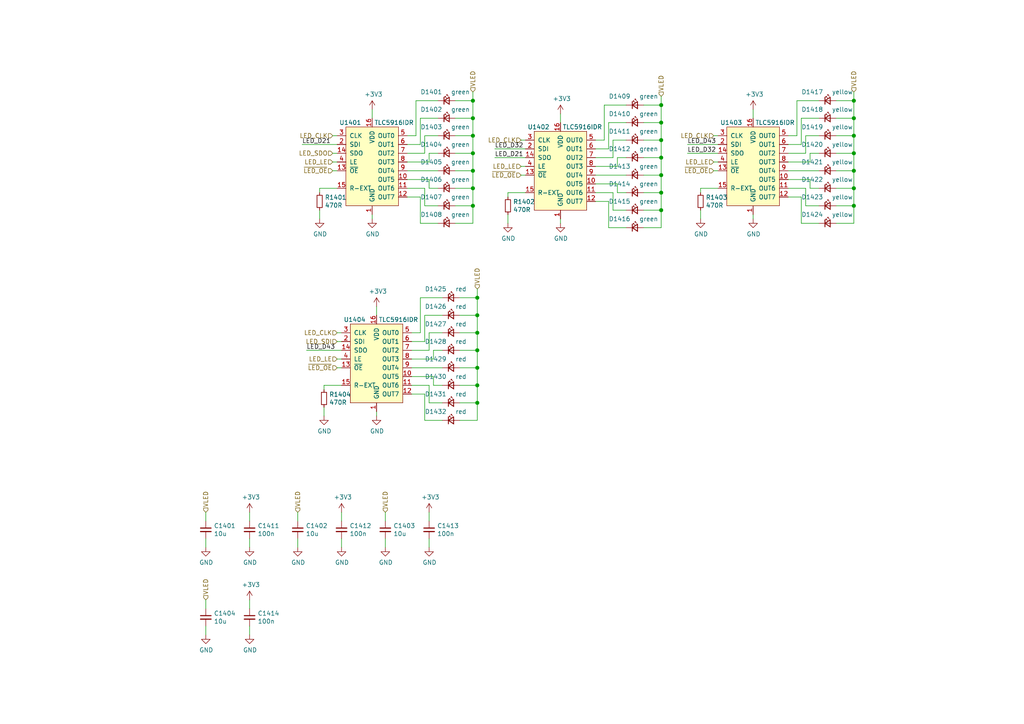
<source format=kicad_sch>
(kicad_sch (version 20210406) (generator eeschema)
  (paper "A4")
  (lib_symbols
    (symbol "Device:C_Small" (pin_numbers hide) (pin_names (offset 0.254) hide)
      (property "Reference" "C" (at 0.254 1.778 0))
      (property "Value" "C_Small" (at 0.254 -2.032 0))
      (symbol "C_Small_0_1"
        (polyline (pts (xy -1.524 -0.508) (xy 1.524 -0.508)) (stroke (width 0.3302)))
        (polyline (pts (xy -1.524 0.508) (xy 1.524 0.508)) (stroke (width 0.3048)))
      )
      (symbol "C_Small_1_1"
        (pin passive line (at 0 2.54 270) (length 2.032) (name "~") (number "1"))
        (pin passive line (at 0 -2.54 90) (length 2.032) (name "~") (number "2"))
      )
    )
    (symbol "Device:LED_Small" (pin_numbers hide) (pin_names (offset 0.254) hide)
      (property "Reference" "D" (at -1.27 3.175 0))
      (property "Value" "LED_Small" (at -4.445 -2.54 0))
      (symbol "LED_Small_0_1"
        (polyline (pts (xy -0.762 -1.016) (xy -0.762 1.016)) (stroke (width 0.254)))
        (polyline (pts (xy 1.016 0) (xy -0.762 0)))
        (polyline (pts (xy 0.762 -1.016) (xy -0.762 0) (xy 0.762 1.016) (xy 0.762 -1.016)) (stroke (width 0.254)))
        (polyline (pts (xy 0 0.762) (xy -0.508 1.27) (xy -0.254 1.27) (xy -0.508 1.27) (xy -0.508 1.016)))
        (polyline (pts (xy 0.508 1.27) (xy 0 1.778) (xy 0.254 1.778) (xy 0 1.778) (xy 0 1.524)))
      )
      (symbol "LED_Small_1_1"
        (pin passive line (at -2.54 0 0) (length 1.778) (name "K") (number "1"))
        (pin passive line (at 2.54 0 180) (length 1.778) (name "A") (number "2"))
      )
    )
    (symbol "Device:R_Small" (pin_numbers hide) (pin_names (offset 0.254) hide)
      (property "Reference" "R" (at 0.762 0.508 0))
      (property "Value" "R_Small" (at 0.762 -1.016 0))
      (symbol "R_Small_0_1"
        (rectangle (start -0.762 1.778) (end 0.762 -1.778) (stroke (width 0.2032)))
      )
      (symbol "R_Small_1_1"
        (pin passive line (at 0 2.54 270) (length 0.762) (name "~") (number "1"))
        (pin passive line (at 0 -2.54 90) (length 0.762) (name "~") (number "2"))
      )
    )
    (symbol "power:+3.3V" (power) (pin_names (offset 0))
      (property "Value" "+3.3V" (at 0 3.556 0))
      (symbol "+3.3V_0_1"
        (polyline (pts (xy -0.762 1.27) (xy 0 2.54)))
        (polyline (pts (xy 0 0) (xy 0 2.54)))
        (polyline (pts (xy 0 2.54) (xy 0.762 1.27)))
      )
      (symbol "+3.3V_1_1"
        (pin power_in line (at 0 0 90) (length 0) hide (name "+3V3") (number "1"))
      )
    )
    (symbol "power:GND" (power) (pin_names (offset 0))
      (property "Value" "GND" (at 0 -3.81 0))
      (symbol "GND_0_1"
        (polyline (pts (xy 0 0) (xy 0 -1.27) (xy 1.27 -1.27) (xy 0 -2.54) (xy -1.27 -1.27) (xy 0 -1.27)))
      )
      (symbol "GND_1_1"
        (pin power_in line (at 0 0 270) (length 0) hide (name "GND") (number "1"))
      )
    )
    (symbol "twam-LED:TLC591x" (pin_names (offset 1.016))
      (property "Reference" "U" (at -12.7 127 0))
      (property "Value" "TLC591x" (at -12.7 128.27 0))
      (symbol "TLC591x_0_1"
        (rectangle (start 7.62 11.43) (end -7.62 -11.43) (fill (type background)))
      )
      (symbol "TLC591x_1_1"
        (pin power_in line (at 0 -13.97 90) (length 2.54) (name "GND") (number "1"))
        (pin power_out line (at 10.16 -3.81 180) (length 2.54) (name "OUT5") (number "10"))
        (pin power_out line (at 10.16 -6.35 180) (length 2.54) (name "OUT6") (number "11"))
        (pin power_out line (at 10.16 -8.89 180) (length 2.54) (name "OUT7") (number "12"))
        (pin input line (at -10.16 -1.27 0) (length 2.54) (name "~OE") (number "13"))
        (pin output line (at -10.16 3.81 0) (length 2.54) (name "SDO") (number "14"))
        (pin input line (at -10.16 -6.35 0) (length 2.54) (name "R-EXT") (number "15"))
        (pin power_in line (at 0 13.97 270) (length 2.54) (name "VDD") (number "16"))
        (pin input line (at -10.16 6.35 0) (length 2.54) (name "SDI") (number "2"))
        (pin input line (at -10.16 8.89 0) (length 2.54) (name "CLK") (number "3"))
        (pin input line (at -10.16 1.27 0) (length 2.54) (name "LE") (number "4"))
        (pin power_out line (at 10.16 8.89 180) (length 2.54) (name "OUT0") (number "5"))
        (pin power_out line (at 10.16 6.35 180) (length 2.54) (name "OUT1") (number "6"))
        (pin power_out line (at 10.16 3.81 180) (length 2.54) (name "OUT2") (number "7"))
        (pin power_out line (at 10.16 1.27 180) (length 2.54) (name "OUT3") (number "8"))
        (pin power_out line (at 10.16 -1.27 180) (length 2.54) (name "OUT4") (number "9"))
      )
    )
  )
  (junction (at 137.16 29.21) (diameter 1.016))
  (junction (at 137.16 34.29) (diameter 1.016))
  (junction (at 137.16 39.37) (diameter 1.016))
  (junction (at 137.16 44.45) (diameter 1.016))
  (junction (at 137.16 49.53) (diameter 1.016))
  (junction (at 137.16 54.61) (diameter 1.016))
  (junction (at 137.16 59.69) (diameter 1.016))
  (junction (at 138.43 86.36) (diameter 1.016))
  (junction (at 138.43 91.44) (diameter 1.016))
  (junction (at 138.43 96.52) (diameter 1.016))
  (junction (at 138.43 101.6) (diameter 1.016))
  (junction (at 138.43 106.68) (diameter 1.016))
  (junction (at 138.43 111.76) (diameter 1.016))
  (junction (at 138.43 116.84) (diameter 1.016))
  (junction (at 191.77 30.48) (diameter 1.016))
  (junction (at 191.77 35.56) (diameter 1.016))
  (junction (at 191.77 40.64) (diameter 1.016))
  (junction (at 191.77 45.72) (diameter 1.016))
  (junction (at 191.77 50.8) (diameter 1.016))
  (junction (at 191.77 55.88) (diameter 1.016))
  (junction (at 191.77 60.96) (diameter 1.016))
  (junction (at 247.65 29.21) (diameter 1.016))
  (junction (at 247.65 34.29) (diameter 1.016))
  (junction (at 247.65 39.37) (diameter 1.016))
  (junction (at 247.65 44.45) (diameter 1.016))
  (junction (at 247.65 49.53) (diameter 1.016))
  (junction (at 247.65 54.61) (diameter 1.016))
  (junction (at 247.65 59.69) (diameter 1.016))
  (wire (pts (xy 59.69 148.59) (xy 59.69 151.13)))
  (wire (pts (xy 59.69 158.75) (xy 59.69 156.21)))
  (wire (pts (xy 59.69 173.99) (xy 59.69 176.53)))
  (wire (pts (xy 59.69 184.15) (xy 59.69 181.61)))
  (wire (pts (xy 72.39 148.59) (xy 72.39 151.13)))
  (wire (pts (xy 72.39 158.75) (xy 72.39 156.21)))
  (wire (pts (xy 72.39 173.99) (xy 72.39 176.53)))
  (wire (pts (xy 72.39 184.15) (xy 72.39 181.61)))
  (wire (pts (xy 86.36 148.59) (xy 86.36 151.13)))
  (wire (pts (xy 86.36 158.75) (xy 86.36 156.21)))
  (wire (pts (xy 87.63 41.91) (xy 97.79 41.91)))
  (wire (pts (xy 88.9 101.6) (xy 99.06 101.6)))
  (wire (pts (xy 92.71 54.61) (xy 97.79 54.61)))
  (wire (pts (xy 92.71 55.88) (xy 92.71 54.61)))
  (wire (pts (xy 92.71 60.96) (xy 92.71 63.5)))
  (wire (pts (xy 93.98 111.76) (xy 99.06 111.76)))
  (wire (pts (xy 93.98 113.03) (xy 93.98 111.76)))
  (wire (pts (xy 93.98 118.11) (xy 93.98 120.65)))
  (wire (pts (xy 96.52 39.37) (xy 97.79 39.37)))
  (wire (pts (xy 96.52 44.45) (xy 97.79 44.45)))
  (wire (pts (xy 96.52 46.99) (xy 97.79 46.99)))
  (wire (pts (xy 96.52 49.53) (xy 97.79 49.53)))
  (wire (pts (xy 97.79 96.52) (xy 99.06 96.52)))
  (wire (pts (xy 97.79 99.06) (xy 99.06 99.06)))
  (wire (pts (xy 97.79 104.14) (xy 99.06 104.14)))
  (wire (pts (xy 97.79 106.68) (xy 99.06 106.68)))
  (wire (pts (xy 99.06 148.59) (xy 99.06 151.13)))
  (wire (pts (xy 99.06 158.75) (xy 99.06 156.21)))
  (wire (pts (xy 107.95 34.29) (xy 107.95 31.75)))
  (wire (pts (xy 107.95 63.5) (xy 107.95 62.23)))
  (wire (pts (xy 109.22 91.44) (xy 109.22 88.9)))
  (wire (pts (xy 109.22 120.65) (xy 109.22 119.38)))
  (wire (pts (xy 111.76 148.59) (xy 111.76 151.13)))
  (wire (pts (xy 111.76 158.75) (xy 111.76 156.21)))
  (wire (pts (xy 118.11 46.99) (xy 124.46 46.99)))
  (wire (pts (xy 118.11 49.53) (xy 127 49.53)))
  (wire (pts (xy 119.38 104.14) (xy 125.73 104.14)))
  (wire (pts (xy 119.38 106.68) (xy 128.27 106.68)))
  (wire (pts (xy 120.65 29.21) (xy 120.65 39.37)))
  (wire (pts (xy 120.65 39.37) (xy 118.11 39.37)))
  (wire (pts (xy 121.92 34.29) (xy 121.92 41.91)))
  (wire (pts (xy 121.92 41.91) (xy 118.11 41.91)))
  (wire (pts (xy 121.92 57.15) (xy 118.11 57.15)))
  (wire (pts (xy 121.92 64.77) (xy 121.92 57.15)))
  (wire (pts (xy 121.92 86.36) (xy 121.92 96.52)))
  (wire (pts (xy 121.92 96.52) (xy 119.38 96.52)))
  (wire (pts (xy 123.19 39.37) (xy 123.19 44.45)))
  (wire (pts (xy 123.19 44.45) (xy 118.11 44.45)))
  (wire (pts (xy 123.19 54.61) (xy 118.11 54.61)))
  (wire (pts (xy 123.19 59.69) (xy 123.19 54.61)))
  (wire (pts (xy 123.19 91.44) (xy 123.19 99.06)))
  (wire (pts (xy 123.19 99.06) (xy 119.38 99.06)))
  (wire (pts (xy 123.19 114.3) (xy 119.38 114.3)))
  (wire (pts (xy 123.19 121.92) (xy 123.19 114.3)))
  (wire (pts (xy 124.46 44.45) (xy 124.46 46.99)))
  (wire (pts (xy 124.46 52.07) (xy 118.11 52.07)))
  (wire (pts (xy 124.46 54.61) (xy 124.46 52.07)))
  (wire (pts (xy 124.46 96.52) (xy 124.46 101.6)))
  (wire (pts (xy 124.46 101.6) (xy 119.38 101.6)))
  (wire (pts (xy 124.46 111.76) (xy 119.38 111.76)))
  (wire (pts (xy 124.46 116.84) (xy 124.46 111.76)))
  (wire (pts (xy 124.46 148.59) (xy 124.46 151.13)))
  (wire (pts (xy 124.46 158.75) (xy 124.46 156.21)))
  (wire (pts (xy 125.73 101.6) (xy 125.73 104.14)))
  (wire (pts (xy 125.73 109.22) (xy 119.38 109.22)))
  (wire (pts (xy 125.73 111.76) (xy 125.73 109.22)))
  (wire (pts (xy 127 29.21) (xy 120.65 29.21)))
  (wire (pts (xy 127 34.29) (xy 121.92 34.29)))
  (wire (pts (xy 127 39.37) (xy 123.19 39.37)))
  (wire (pts (xy 127 44.45) (xy 124.46 44.45)))
  (wire (pts (xy 127 54.61) (xy 124.46 54.61)))
  (wire (pts (xy 127 59.69) (xy 123.19 59.69)))
  (wire (pts (xy 127 64.77) (xy 121.92 64.77)))
  (wire (pts (xy 128.27 86.36) (xy 121.92 86.36)))
  (wire (pts (xy 128.27 91.44) (xy 123.19 91.44)))
  (wire (pts (xy 128.27 96.52) (xy 124.46 96.52)))
  (wire (pts (xy 128.27 101.6) (xy 125.73 101.6)))
  (wire (pts (xy 128.27 111.76) (xy 125.73 111.76)))
  (wire (pts (xy 128.27 116.84) (xy 124.46 116.84)))
  (wire (pts (xy 128.27 121.92) (xy 123.19 121.92)))
  (wire (pts (xy 132.08 34.29) (xy 137.16 34.29)))
  (wire (pts (xy 132.08 39.37) (xy 137.16 39.37)))
  (wire (pts (xy 132.08 44.45) (xy 137.16 44.45)))
  (wire (pts (xy 132.08 49.53) (xy 137.16 49.53)))
  (wire (pts (xy 132.08 54.61) (xy 137.16 54.61)))
  (wire (pts (xy 132.08 59.69) (xy 137.16 59.69)))
  (wire (pts (xy 132.08 64.77) (xy 137.16 64.77)))
  (wire (pts (xy 133.35 91.44) (xy 138.43 91.44)))
  (wire (pts (xy 133.35 96.52) (xy 138.43 96.52)))
  (wire (pts (xy 133.35 101.6) (xy 138.43 101.6)))
  (wire (pts (xy 133.35 106.68) (xy 138.43 106.68)))
  (wire (pts (xy 133.35 111.76) (xy 138.43 111.76)))
  (wire (pts (xy 133.35 116.84) (xy 138.43 116.84)))
  (wire (pts (xy 133.35 121.92) (xy 138.43 121.92)))
  (wire (pts (xy 137.16 26.67) (xy 137.16 29.21)))
  (wire (pts (xy 137.16 29.21) (xy 132.08 29.21)))
  (wire (pts (xy 137.16 34.29) (xy 137.16 29.21)))
  (wire (pts (xy 137.16 39.37) (xy 137.16 34.29)))
  (wire (pts (xy 137.16 44.45) (xy 137.16 39.37)))
  (wire (pts (xy 137.16 49.53) (xy 137.16 44.45)))
  (wire (pts (xy 137.16 54.61) (xy 137.16 49.53)))
  (wire (pts (xy 137.16 59.69) (xy 137.16 54.61)))
  (wire (pts (xy 137.16 64.77) (xy 137.16 59.69)))
  (wire (pts (xy 138.43 83.82) (xy 138.43 86.36)))
  (wire (pts (xy 138.43 86.36) (xy 133.35 86.36)))
  (wire (pts (xy 138.43 91.44) (xy 138.43 86.36)))
  (wire (pts (xy 138.43 96.52) (xy 138.43 91.44)))
  (wire (pts (xy 138.43 101.6) (xy 138.43 96.52)))
  (wire (pts (xy 138.43 106.68) (xy 138.43 101.6)))
  (wire (pts (xy 138.43 111.76) (xy 138.43 106.68)))
  (wire (pts (xy 138.43 116.84) (xy 138.43 111.76)))
  (wire (pts (xy 138.43 121.92) (xy 138.43 116.84)))
  (wire (pts (xy 143.51 43.18) (xy 152.4 43.18)))
  (wire (pts (xy 143.51 45.72) (xy 152.4 45.72)))
  (wire (pts (xy 147.32 55.88) (xy 152.4 55.88)))
  (wire (pts (xy 147.32 57.15) (xy 147.32 55.88)))
  (wire (pts (xy 147.32 62.23) (xy 147.32 64.77)))
  (wire (pts (xy 151.13 40.64) (xy 152.4 40.64)))
  (wire (pts (xy 151.13 48.26) (xy 152.4 48.26)))
  (wire (pts (xy 151.13 50.8) (xy 152.4 50.8)))
  (wire (pts (xy 162.56 35.56) (xy 162.56 33.02)))
  (wire (pts (xy 162.56 64.77) (xy 162.56 63.5)))
  (wire (pts (xy 172.72 48.26) (xy 179.07 48.26)))
  (wire (pts (xy 172.72 50.8) (xy 181.61 50.8)))
  (wire (pts (xy 175.26 30.48) (xy 175.26 40.64)))
  (wire (pts (xy 175.26 40.64) (xy 172.72 40.64)))
  (wire (pts (xy 176.53 35.56) (xy 176.53 43.18)))
  (wire (pts (xy 176.53 43.18) (xy 172.72 43.18)))
  (wire (pts (xy 176.53 58.42) (xy 172.72 58.42)))
  (wire (pts (xy 176.53 66.04) (xy 176.53 58.42)))
  (wire (pts (xy 177.8 40.64) (xy 177.8 45.72)))
  (wire (pts (xy 177.8 45.72) (xy 172.72 45.72)))
  (wire (pts (xy 177.8 55.88) (xy 172.72 55.88)))
  (wire (pts (xy 177.8 60.96) (xy 177.8 55.88)))
  (wire (pts (xy 179.07 45.72) (xy 179.07 48.26)))
  (wire (pts (xy 179.07 53.34) (xy 172.72 53.34)))
  (wire (pts (xy 179.07 55.88) (xy 179.07 53.34)))
  (wire (pts (xy 181.61 30.48) (xy 175.26 30.48)))
  (wire (pts (xy 181.61 35.56) (xy 176.53 35.56)))
  (wire (pts (xy 181.61 40.64) (xy 177.8 40.64)))
  (wire (pts (xy 181.61 45.72) (xy 179.07 45.72)))
  (wire (pts (xy 181.61 55.88) (xy 179.07 55.88)))
  (wire (pts (xy 181.61 60.96) (xy 177.8 60.96)))
  (wire (pts (xy 181.61 66.04) (xy 176.53 66.04)))
  (wire (pts (xy 186.69 35.56) (xy 191.77 35.56)))
  (wire (pts (xy 186.69 40.64) (xy 191.77 40.64)))
  (wire (pts (xy 186.69 45.72) (xy 191.77 45.72)))
  (wire (pts (xy 186.69 50.8) (xy 191.77 50.8)))
  (wire (pts (xy 186.69 55.88) (xy 191.77 55.88)))
  (wire (pts (xy 186.69 60.96) (xy 191.77 60.96)))
  (wire (pts (xy 186.69 66.04) (xy 191.77 66.04)))
  (wire (pts (xy 191.77 27.94) (xy 191.77 30.48)))
  (wire (pts (xy 191.77 30.48) (xy 186.69 30.48)))
  (wire (pts (xy 191.77 35.56) (xy 191.77 30.48)))
  (wire (pts (xy 191.77 40.64) (xy 191.77 35.56)))
  (wire (pts (xy 191.77 45.72) (xy 191.77 40.64)))
  (wire (pts (xy 191.77 50.8) (xy 191.77 45.72)))
  (wire (pts (xy 191.77 55.88) (xy 191.77 50.8)))
  (wire (pts (xy 191.77 60.96) (xy 191.77 55.88)))
  (wire (pts (xy 191.77 66.04) (xy 191.77 60.96)))
  (wire (pts (xy 199.39 41.91) (xy 208.28 41.91)))
  (wire (pts (xy 199.39 44.45) (xy 208.28 44.45)))
  (wire (pts (xy 203.2 54.61) (xy 208.28 54.61)))
  (wire (pts (xy 203.2 55.88) (xy 203.2 54.61)))
  (wire (pts (xy 203.2 60.96) (xy 203.2 63.5)))
  (wire (pts (xy 207.01 39.37) (xy 208.28 39.37)))
  (wire (pts (xy 207.01 46.99) (xy 208.28 46.99)))
  (wire (pts (xy 207.01 49.53) (xy 208.28 49.53)))
  (wire (pts (xy 218.44 34.29) (xy 218.44 31.75)))
  (wire (pts (xy 218.44 63.5) (xy 218.44 62.23)))
  (wire (pts (xy 228.6 46.99) (xy 234.95 46.99)))
  (wire (pts (xy 228.6 49.53) (xy 237.49 49.53)))
  (wire (pts (xy 231.14 29.21) (xy 231.14 39.37)))
  (wire (pts (xy 231.14 39.37) (xy 228.6 39.37)))
  (wire (pts (xy 232.41 34.29) (xy 232.41 41.91)))
  (wire (pts (xy 232.41 41.91) (xy 228.6 41.91)))
  (wire (pts (xy 232.41 57.15) (xy 228.6 57.15)))
  (wire (pts (xy 232.41 64.77) (xy 232.41 57.15)))
  (wire (pts (xy 233.68 39.37) (xy 233.68 44.45)))
  (wire (pts (xy 233.68 44.45) (xy 228.6 44.45)))
  (wire (pts (xy 233.68 54.61) (xy 228.6 54.61)))
  (wire (pts (xy 233.68 59.69) (xy 233.68 54.61)))
  (wire (pts (xy 234.95 44.45) (xy 234.95 46.99)))
  (wire (pts (xy 234.95 52.07) (xy 228.6 52.07)))
  (wire (pts (xy 234.95 54.61) (xy 234.95 52.07)))
  (wire (pts (xy 237.49 29.21) (xy 231.14 29.21)))
  (wire (pts (xy 237.49 34.29) (xy 232.41 34.29)))
  (wire (pts (xy 237.49 39.37) (xy 233.68 39.37)))
  (wire (pts (xy 237.49 44.45) (xy 234.95 44.45)))
  (wire (pts (xy 237.49 54.61) (xy 234.95 54.61)))
  (wire (pts (xy 237.49 59.69) (xy 233.68 59.69)))
  (wire (pts (xy 237.49 64.77) (xy 232.41 64.77)))
  (wire (pts (xy 242.57 34.29) (xy 247.65 34.29)))
  (wire (pts (xy 242.57 39.37) (xy 247.65 39.37)))
  (wire (pts (xy 242.57 44.45) (xy 247.65 44.45)))
  (wire (pts (xy 242.57 49.53) (xy 247.65 49.53)))
  (wire (pts (xy 242.57 54.61) (xy 247.65 54.61)))
  (wire (pts (xy 242.57 59.69) (xy 247.65 59.69)))
  (wire (pts (xy 242.57 64.77) (xy 247.65 64.77)))
  (wire (pts (xy 247.65 26.67) (xy 247.65 29.21)))
  (wire (pts (xy 247.65 29.21) (xy 242.57 29.21)))
  (wire (pts (xy 247.65 34.29) (xy 247.65 29.21)))
  (wire (pts (xy 247.65 39.37) (xy 247.65 34.29)))
  (wire (pts (xy 247.65 44.45) (xy 247.65 39.37)))
  (wire (pts (xy 247.65 49.53) (xy 247.65 44.45)))
  (wire (pts (xy 247.65 54.61) (xy 247.65 49.53)))
  (wire (pts (xy 247.65 59.69) (xy 247.65 54.61)))
  (wire (pts (xy 247.65 64.77) (xy 247.65 59.69)))
  (label "LED_D21" (at 87.63 41.91 0))
  (label "LED_D43" (at 88.9 101.6 0))
  (label "LED_D32" (at 143.51 43.18 0))
  (label "LED_D21" (at 143.51 45.72 0))
  (label "LED_D43" (at 199.39 41.91 0))
  (label "LED_D32" (at 199.39 44.45 0))
  (hierarchical_label "VLED" (shape input) (at 59.69 148.59 90))
  (hierarchical_label "VLED" (shape input) (at 59.69 173.99 90))
  (hierarchical_label "VLED" (shape input) (at 86.36 148.59 90))
  (hierarchical_label "LED_CLK" (shape input) (at 96.52 39.37 180))
  (hierarchical_label "LED_SDO" (shape input) (at 96.52 44.45 180))
  (hierarchical_label "LED_LE" (shape input) (at 96.52 46.99 180))
  (hierarchical_label "~LED_OE" (shape input) (at 96.52 49.53 180))
  (hierarchical_label "LED_CLK" (shape input) (at 97.79 96.52 180))
  (hierarchical_label "LED_SDI" (shape input) (at 97.79 99.06 180))
  (hierarchical_label "LED_LE" (shape input) (at 97.79 104.14 180))
  (hierarchical_label "~LED_OE" (shape input) (at 97.79 106.68 180))
  (hierarchical_label "VLED" (shape input) (at 111.76 148.59 90))
  (hierarchical_label "VLED" (shape input) (at 137.16 26.67 90))
  (hierarchical_label "VLED" (shape input) (at 138.43 83.82 90))
  (hierarchical_label "LED_CLK" (shape input) (at 151.13 40.64 180))
  (hierarchical_label "LED_LE" (shape input) (at 151.13 48.26 180))
  (hierarchical_label "~LED_OE" (shape input) (at 151.13 50.8 180))
  (hierarchical_label "VLED" (shape input) (at 191.77 27.94 90))
  (hierarchical_label "LED_CLK" (shape input) (at 207.01 39.37 180))
  (hierarchical_label "LED_LE" (shape input) (at 207.01 46.99 180))
  (hierarchical_label "~LED_OE" (shape input) (at 207.01 49.53 180))
  (hierarchical_label "VLED" (shape input) (at 247.65 26.67 90))
  (symbol (lib_id "power:+3.3V") (at 72.39 148.59 0)
    (property "Reference" "#PWR0367" (effects hide))
    (property "Value" "+3.3V" (at 72.771 144.1958 0))
  )
  (symbol (lib_id "power:+3.3V") (at 72.39 173.99 0)
    (property "Reference" "#PWR0392" (effects hide))
    (property "Value" "+3.3V" (at 72.771 169.5958 0))
  )
  (symbol (lib_id "power:+3.3V") (at 99.06 148.59 0)
    (property "Reference" "#PWR0386" (effects hide))
    (property "Value" "+3.3V" (at 99.441 144.1958 0))
  )
  (symbol (lib_id "power:+3.3V") (at 107.95 31.75 0)
    (property "Reference" "#PWR0368" (effects hide))
    (property "Value" "+3.3V" (at 108.331 27.3558 0))
  )
  (symbol (lib_id "power:+3.3V") (at 109.22 88.9 0)
    (property "Reference" "#PWR0377" (effects hide))
    (property "Value" "+3.3V" (at 109.601 84.5058 0))
  )
  (symbol (lib_id "power:+3.3V") (at 124.46 148.59 0)
    (property "Reference" "#PWR0389" (effects hide))
    (property "Value" "+3.3V" (at 124.841 144.1958 0))
  )
  (symbol (lib_id "power:+3.3V") (at 162.56 33.02 0)
    (property "Reference" "#PWR0371" (effects hide))
    (property "Value" "+3.3V" (at 162.941 28.6258 0))
  )
  (symbol (lib_id "power:+3.3V") (at 218.44 31.75 0)
    (property "Reference" "#PWR0374" (effects hide))
    (property "Value" "+3.3V" (at 218.821 27.3558 0))
  )
  (symbol (lib_id "power:GND") (at 59.69 158.75 0)
    (property "Reference" "#PWR0366" (effects hide))
    (property "Value" "GND" (at 59.817 163.1442 0))
  )
  (symbol (lib_id "power:GND") (at 59.69 184.15 0)
    (property "Reference" "#PWR0391" (effects hide))
    (property "Value" "GND" (at 59.817 188.5442 0))
  )
  (symbol (lib_id "power:GND") (at 72.39 158.75 0)
    (property "Reference" "#PWR0365" (effects hide))
    (property "Value" "GND" (at 72.517 163.1442 0))
  )
  (symbol (lib_id "power:GND") (at 72.39 184.15 0)
    (property "Reference" "#PWR0390" (effects hide))
    (property "Value" "GND" (at 72.517 188.5442 0))
  )
  (symbol (lib_id "power:GND") (at 86.36 158.75 0)
    (property "Reference" "#PWR0385" (effects hide))
    (property "Value" "GND" (at 86.487 163.1442 0))
  )
  (symbol (lib_id "power:GND") (at 92.71 63.5 0)
    (property "Reference" "#PWR0364" (effects hide))
    (property "Value" "GND" (at 92.837 67.8942 0))
  )
  (symbol (lib_id "power:GND") (at 93.98 120.65 0)
    (property "Reference" "#PWR0376" (effects hide))
    (property "Value" "GND" (at 94.107 125.0442 0))
  )
  (symbol (lib_id "power:GND") (at 99.06 158.75 0)
    (property "Reference" "#PWR0384" (effects hide))
    (property "Value" "GND" (at 99.187 163.1442 0))
  )
  (symbol (lib_id "power:GND") (at 107.95 63.5 0)
    (property "Reference" "#PWR0363" (effects hide))
    (property "Value" "GND" (at 108.077 67.8942 0))
  )
  (symbol (lib_id "power:GND") (at 109.22 120.65 0)
    (property "Reference" "#PWR0375" (effects hide))
    (property "Value" "GND" (at 109.347 125.0442 0))
  )
  (symbol (lib_id "power:GND") (at 111.76 158.75 0)
    (property "Reference" "#PWR0388" (effects hide))
    (property "Value" "GND" (at 111.887 163.1442 0))
  )
  (symbol (lib_id "power:GND") (at 124.46 158.75 0)
    (property "Reference" "#PWR0387" (effects hide))
    (property "Value" "GND" (at 124.587 163.1442 0))
  )
  (symbol (lib_id "power:GND") (at 147.32 64.77 0)
    (property "Reference" "#PWR0370" (effects hide))
    (property "Value" "GND" (at 147.447 69.1642 0))
  )
  (symbol (lib_id "power:GND") (at 162.56 64.77 0)
    (property "Reference" "#PWR0369" (effects hide))
    (property "Value" "GND" (at 162.687 69.1642 0))
  )
  (symbol (lib_id "power:GND") (at 203.2 63.5 0)
    (property "Reference" "#PWR0373" (effects hide))
    (property "Value" "GND" (at 203.327 67.8942 0))
  )
  (symbol (lib_id "power:GND") (at 218.44 63.5 0)
    (property "Reference" "#PWR0372" (effects hide))
    (property "Value" "GND" (at 218.567 67.8942 0))
  )
  (symbol (lib_id "Device:R_Small") (at 92.71 58.42 0)
    (property "Reference" "R1401" (at 94.2086 57.2516 0) (effects (justify left)))
    (property "Value" "470R" (at 94.2086 59.563 0) (effects (justify left)))
    (property "Footprint" "Resistor_SMD:R_0603_1608Metric" (effects hide))
    (property "LCSC" "C23179" (effects hide))
  )
  (symbol (lib_id "Device:R_Small") (at 93.98 115.57 0)
    (property "Reference" "R1404" (at 95.4786 114.4016 0) (effects (justify left)))
    (property "Value" "470R" (at 95.4786 116.713 0) (effects (justify left)))
    (property "Footprint" "Resistor_SMD:R_0603_1608Metric" (effects hide))
    (property "LCSC" "C23179" (effects hide))
  )
  (symbol (lib_id "Device:R_Small") (at 147.32 59.69 0)
    (property "Reference" "R1402" (at 148.8186 58.5216 0) (effects (justify left)))
    (property "Value" "470R" (at 148.8186 60.833 0) (effects (justify left)))
    (property "Footprint" "Resistor_SMD:R_0603_1608Metric" (effects hide))
    (property "LCSC" "C23179" (effects hide))
  )
  (symbol (lib_id "Device:R_Small") (at 203.2 58.42 0)
    (property "Reference" "R1403" (at 204.6986 57.2516 0) (effects (justify left)))
    (property "Value" "470R" (at 204.6986 59.563 0) (effects (justify left)))
    (property "Footprint" "Resistor_SMD:R_0603_1608Metric" (effects hide))
    (property "LCSC" "C23179" (effects hide))
  )
  (symbol (lib_id "Device:LED_Small") (at 129.54 29.21 0)
    (property "Reference" "D1401" (at 128.27 26.67 0) (effects (justify right)))
    (property "Value" "green" (at 130.81 26.67 0) (effects (justify left)))
    (property "Footprint" "LED_SMD:LED_0805_2012Metric" (effects hide))
    (property "LCSC" "C2297" (effects hide))
  )
  (symbol (lib_id "Device:LED_Small") (at 129.54 34.29 0)
    (property "Reference" "D1402" (at 128.27 31.75 0) (effects (justify right)))
    (property "Value" "green" (at 130.81 31.75 0) (effects (justify left)))
    (property "Footprint" "LED_SMD:LED_0805_2012Metric" (effects hide))
    (property "LCSC" "C2297" (effects hide))
  )
  (symbol (lib_id "Device:LED_Small") (at 129.54 39.37 0)
    (property "Reference" "D1403" (at 128.27 36.83 0) (effects (justify right)))
    (property "Value" "green" (at 130.81 36.83 0) (effects (justify left)))
    (property "Footprint" "LED_SMD:LED_0805_2012Metric" (effects hide))
    (property "LCSC" "C2297" (effects hide))
  )
  (symbol (lib_id "Device:LED_Small") (at 129.54 44.45 0)
    (property "Reference" "D1404" (at 128.27 41.91 0) (effects (justify right)))
    (property "Value" "green" (at 130.81 41.91 0) (effects (justify left)))
    (property "Footprint" "LED_SMD:LED_0805_2012Metric" (effects hide))
    (property "LCSC" "C2297" (effects hide))
  )
  (symbol (lib_id "Device:LED_Small") (at 129.54 49.53 0)
    (property "Reference" "D1405" (at 128.27 46.99 0) (effects (justify right)))
    (property "Value" "green" (at 130.81 46.99 0) (effects (justify left)))
    (property "Footprint" "LED_SMD:LED_0805_2012Metric" (effects hide))
    (property "LCSC" "C2297" (effects hide))
  )
  (symbol (lib_id "Device:LED_Small") (at 129.54 54.61 0)
    (property "Reference" "D1406" (at 128.27 52.07 0) (effects (justify right)))
    (property "Value" "green" (at 130.81 52.07 0) (effects (justify left)))
    (property "Footprint" "LED_SMD:LED_0805_2012Metric" (effects hide))
    (property "LCSC" "C2297" (effects hide))
  )
  (symbol (lib_id "Device:LED_Small") (at 129.54 59.69 0)
    (property "Reference" "D1407" (at 128.27 57.15 0) (effects (justify right)))
    (property "Value" "green" (at 130.81 57.15 0) (effects (justify left)))
    (property "Footprint" "LED_SMD:LED_0805_2012Metric" (effects hide))
    (property "LCSC" "C2297" (effects hide))
  )
  (symbol (lib_id "Device:LED_Small") (at 129.54 64.77 0)
    (property "Reference" "D1408" (at 128.27 62.23 0) (effects (justify right)))
    (property "Value" "green" (at 130.81 62.23 0) (effects (justify left)))
    (property "Footprint" "LED_SMD:LED_0805_2012Metric" (effects hide))
    (property "LCSC" "C2297" (effects hide))
  )
  (symbol (lib_id "Device:LED_Small") (at 130.81 86.36 0)
    (property "Reference" "D1425" (at 129.54 83.82 0) (effects (justify right)))
    (property "Value" "red" (at 132.08 83.82 0) (effects (justify left)))
    (property "Footprint" "LED_SMD:LED_0805_2012Metric" (effects hide))
    (property "LCSC" "C84256" (effects hide))
  )
  (symbol (lib_id "Device:LED_Small") (at 130.81 91.44 0)
    (property "Reference" "D1426" (at 129.54 88.9 0) (effects (justify right)))
    (property "Value" "red" (at 132.08 88.9 0) (effects (justify left)))
    (property "Footprint" "LED_SMD:LED_0805_2012Metric" (effects hide))
    (property "LCSC" "C84256" (effects hide))
  )
  (symbol (lib_id "Device:LED_Small") (at 130.81 96.52 0)
    (property "Reference" "D1427" (at 129.54 93.98 0) (effects (justify right)))
    (property "Value" "red" (at 132.08 93.98 0) (effects (justify left)))
    (property "Footprint" "LED_SMD:LED_0805_2012Metric" (effects hide))
    (property "LCSC" "C84256" (effects hide))
  )
  (symbol (lib_id "Device:LED_Small") (at 130.81 101.6 0)
    (property "Reference" "D1428" (at 129.54 99.06 0) (effects (justify right)))
    (property "Value" "red" (at 132.08 99.06 0) (effects (justify left)))
    (property "Footprint" "LED_SMD:LED_0805_2012Metric" (effects hide))
    (property "LCSC" "C84256" (effects hide))
  )
  (symbol (lib_id "Device:LED_Small") (at 130.81 106.68 0)
    (property "Reference" "D1429" (at 129.54 104.14 0) (effects (justify right)))
    (property "Value" "red" (at 132.08 104.14 0) (effects (justify left)))
    (property "Footprint" "LED_SMD:LED_0805_2012Metric" (effects hide))
    (property "LCSC" "C84256" (effects hide))
  )
  (symbol (lib_id "Device:LED_Small") (at 130.81 111.76 0)
    (property "Reference" "D1430" (at 129.54 109.22 0) (effects (justify right)))
    (property "Value" "red" (at 132.08 109.22 0) (effects (justify left)))
    (property "Footprint" "LED_SMD:LED_0805_2012Metric" (effects hide))
    (property "LCSC" "C84256" (effects hide))
  )
  (symbol (lib_id "Device:LED_Small") (at 130.81 116.84 0)
    (property "Reference" "D1431" (at 129.54 114.3 0) (effects (justify right)))
    (property "Value" "red" (at 132.08 114.3 0) (effects (justify left)))
    (property "Footprint" "LED_SMD:LED_0805_2012Metric" (effects hide))
    (property "LCSC" "C84256" (effects hide))
  )
  (symbol (lib_id "Device:LED_Small") (at 130.81 121.92 0)
    (property "Reference" "D1432" (at 129.54 119.38 0) (effects (justify right)))
    (property "Value" "red" (at 132.08 119.38 0) (effects (justify left)))
    (property "Footprint" "LED_SMD:LED_0805_2012Metric" (effects hide))
    (property "LCSC" "C84256" (effects hide))
  )
  (symbol (lib_id "Device:LED_Small") (at 184.15 30.48 0)
    (property "Reference" "D1409" (at 182.88 27.94 0) (effects (justify right)))
    (property "Value" "green" (at 185.42 27.94 0) (effects (justify left)))
    (property "Footprint" "LED_SMD:LED_0805_2012Metric" (effects hide))
    (property "LCSC" "C2297" (effects hide))
  )
  (symbol (lib_id "Device:LED_Small") (at 184.15 35.56 0)
    (property "Reference" "D1410" (at 182.88 33.02 0) (effects (justify right)))
    (property "Value" "green" (at 185.42 33.02 0) (effects (justify left)))
    (property "Footprint" "LED_SMD:LED_0805_2012Metric" (effects hide))
    (property "LCSC" "C2297" (effects hide))
  )
  (symbol (lib_id "Device:LED_Small") (at 184.15 40.64 0)
    (property "Reference" "D1411" (at 182.88 38.1 0) (effects (justify right)))
    (property "Value" "green" (at 185.42 38.1 0) (effects (justify left)))
    (property "Footprint" "LED_SMD:LED_0805_2012Metric" (effects hide))
    (property "LCSC" "C2297" (effects hide))
  )
  (symbol (lib_id "Device:LED_Small") (at 184.15 45.72 0)
    (property "Reference" "D1412" (at 182.88 43.18 0) (effects (justify right)))
    (property "Value" "green" (at 185.42 43.18 0) (effects (justify left)))
    (property "Footprint" "LED_SMD:LED_0805_2012Metric" (effects hide))
    (property "LCSC" "C2297" (effects hide))
  )
  (symbol (lib_id "Device:LED_Small") (at 184.15 50.8 0)
    (property "Reference" "D1413" (at 182.88 48.26 0) (effects (justify right)))
    (property "Value" "green" (at 185.42 48.26 0) (effects (justify left)))
    (property "Footprint" "LED_SMD:LED_0805_2012Metric" (effects hide))
    (property "LCSC" "C2297" (effects hide))
  )
  (symbol (lib_id "Device:LED_Small") (at 184.15 55.88 0)
    (property "Reference" "D1414" (at 182.88 53.34 0) (effects (justify right)))
    (property "Value" "green" (at 185.42 53.34 0) (effects (justify left)))
    (property "Footprint" "LED_SMD:LED_0805_2012Metric" (effects hide))
    (property "LCSC" "C2297" (effects hide))
  )
  (symbol (lib_id "Device:LED_Small") (at 184.15 60.96 0)
    (property "Reference" "D1415" (at 182.88 58.42 0) (effects (justify right)))
    (property "Value" "green" (at 185.42 58.42 0) (effects (justify left)))
    (property "Footprint" "LED_SMD:LED_0805_2012Metric" (effects hide))
    (property "LCSC" "C2297" (effects hide))
  )
  (symbol (lib_id "Device:LED_Small") (at 184.15 66.04 0)
    (property "Reference" "D1416" (at 182.88 63.5 0) (effects (justify right)))
    (property "Value" "green" (at 185.42 63.5 0) (effects (justify left)))
    (property "Footprint" "LED_SMD:LED_0805_2012Metric" (effects hide))
    (property "LCSC" "C2297" (effects hide))
  )
  (symbol (lib_id "Device:LED_Small") (at 240.03 29.21 0)
    (property "Reference" "D1417" (at 238.76 26.67 0) (effects (justify right)))
    (property "Value" "yellow" (at 241.3 26.67 0) (effects (justify left)))
    (property "Footprint" "LED_SMD:LED_0805_2012Metric" (effects hide))
    (property "LCSC" "C2296" (effects hide))
  )
  (symbol (lib_id "Device:LED_Small") (at 240.03 34.29 0)
    (property "Reference" "D1418" (at 238.76 31.75 0) (effects (justify right)))
    (property "Value" "yellow" (at 241.3 31.75 0) (effects (justify left)))
    (property "Footprint" "LED_SMD:LED_0805_2012Metric" (effects hide))
    (property "LCSC" "C2296" (effects hide))
  )
  (symbol (lib_id "Device:LED_Small") (at 240.03 39.37 0)
    (property "Reference" "D1419" (at 238.76 36.83 0) (effects (justify right)))
    (property "Value" "yellow" (at 241.3 36.83 0) (effects (justify left)))
    (property "Footprint" "LED_SMD:LED_0805_2012Metric" (effects hide))
    (property "LCSC" "C2296" (effects hide))
  )
  (symbol (lib_id "Device:LED_Small") (at 240.03 44.45 0)
    (property "Reference" "D1420" (at 238.76 41.91 0) (effects (justify right)))
    (property "Value" "yellow" (at 241.3 41.91 0) (effects (justify left)))
    (property "Footprint" "LED_SMD:LED_0805_2012Metric" (effects hide))
    (property "LCSC" "C2296" (effects hide))
  )
  (symbol (lib_id "Device:LED_Small") (at 240.03 49.53 0)
    (property "Reference" "D1421" (at 238.76 46.99 0) (effects (justify right)))
    (property "Value" "yellow" (at 241.3 46.99 0) (effects (justify left)))
    (property "Footprint" "LED_SMD:LED_0805_2012Metric" (effects hide))
    (property "LCSC" "C2296" (effects hide))
  )
  (symbol (lib_id "Device:LED_Small") (at 240.03 54.61 0)
    (property "Reference" "D1422" (at 238.76 52.07 0) (effects (justify right)))
    (property "Value" "yellow" (at 241.3 52.07 0) (effects (justify left)))
    (property "Footprint" "LED_SMD:LED_0805_2012Metric" (effects hide))
    (property "LCSC" "C2296" (effects hide))
  )
  (symbol (lib_id "Device:LED_Small") (at 240.03 59.69 0)
    (property "Reference" "D1423" (at 238.76 57.15 0) (effects (justify right)))
    (property "Value" "yellow" (at 241.3 57.15 0) (effects (justify left)))
    (property "Footprint" "LED_SMD:LED_0805_2012Metric" (effects hide))
    (property "LCSC" "C2296" (effects hide))
  )
  (symbol (lib_id "Device:LED_Small") (at 240.03 64.77 0)
    (property "Reference" "D1424" (at 238.76 62.23 0) (effects (justify right)))
    (property "Value" "yellow" (at 241.3 62.23 0) (effects (justify left)))
    (property "Footprint" "LED_SMD:LED_0805_2012Metric" (effects hide))
    (property "LCSC" "C2296" (effects hide))
  )
  (symbol (lib_id "Device:C_Small") (at 59.69 153.67 0)
    (property "Reference" "C1401" (at 62.0268 152.5016 0) (effects (justify left)))
    (property "Value" "10u" (at 62.0268 154.813 0) (effects (justify left)))
    (property "Footprint" "Capacitor_SMD:C_0805_2012Metric" (effects hide))
    (property "LCSC" "C15850" (effects hide))
  )
  (symbol (lib_id "Device:C_Small") (at 59.69 179.07 0)
    (property "Reference" "C1404" (at 62.0268 177.9016 0) (effects (justify left)))
    (property "Value" "10u" (at 62.0268 180.213 0) (effects (justify left)))
    (property "Footprint" "Capacitor_SMD:C_0805_2012Metric" (effects hide))
    (property "LCSC" "C15850" (effects hide))
  )
  (symbol (lib_id "Device:C_Small") (at 72.39 153.67 0)
    (property "Reference" "C1411" (at 74.7268 152.5016 0) (effects (justify left)))
    (property "Value" "100n" (at 74.7268 154.813 0) (effects (justify left)))
    (property "Footprint" "Capacitor_SMD:C_0603_1608Metric" (effects hide))
    (property "LCSC" "C14663" (effects hide))
  )
  (symbol (lib_id "Device:C_Small") (at 72.39 179.07 0)
    (property "Reference" "C1414" (at 74.7268 177.9016 0) (effects (justify left)))
    (property "Value" "100n" (at 74.7268 180.213 0) (effects (justify left)))
    (property "Footprint" "Capacitor_SMD:C_0603_1608Metric" (effects hide))
    (property "LCSC" "C14663" (effects hide))
  )
  (symbol (lib_id "Device:C_Small") (at 86.36 153.67 0)
    (property "Reference" "C1402" (at 88.6968 152.5016 0) (effects (justify left)))
    (property "Value" "10u" (at 88.6968 154.813 0) (effects (justify left)))
    (property "Footprint" "Capacitor_SMD:C_0805_2012Metric" (effects hide))
    (property "LCSC" "C15850" (effects hide))
  )
  (symbol (lib_id "Device:C_Small") (at 99.06 153.67 0)
    (property "Reference" "C1412" (at 101.3968 152.5016 0) (effects (justify left)))
    (property "Value" "100n" (at 101.3968 154.813 0) (effects (justify left)))
    (property "Footprint" "Capacitor_SMD:C_0603_1608Metric" (effects hide))
    (property "LCSC" "C14663" (effects hide))
  )
  (symbol (lib_id "Device:C_Small") (at 111.76 153.67 0)
    (property "Reference" "C1403" (at 114.0968 152.5016 0) (effects (justify left)))
    (property "Value" "10u" (at 114.0968 154.813 0) (effects (justify left)))
    (property "Footprint" "Capacitor_SMD:C_0805_2012Metric" (effects hide))
    (property "LCSC" "C15850" (effects hide))
  )
  (symbol (lib_id "Device:C_Small") (at 124.46 153.67 0)
    (property "Reference" "C1413" (at 126.7968 152.5016 0) (effects (justify left)))
    (property "Value" "100n" (at 126.7968 154.813 0) (effects (justify left)))
    (property "Footprint" "Capacitor_SMD:C_0603_1608Metric" (effects hide))
    (property "LCSC" "C14663" (effects hide))
  )
  (symbol (lib_id "twam-LED:TLC591x") (at 107.95 48.26 0)
    (property "Reference" "U1401" (at 101.6 35.56 0))
    (property "Value" "TLC5916IDR" (at 114.3 35.56 0))
    (property "Footprint" "Package_SO:SOIC-16_3.9x9.9mm_P1.27mm" (effects hide))
    (property "LCSC" "C90107" (effects hide))
  )
  (symbol (lib_id "twam-LED:TLC591x") (at 109.22 105.41 0)
    (property "Reference" "U1404" (at 102.87 92.71 0))
    (property "Value" "TLC5916IDR" (at 115.57 92.71 0))
    (property "Footprint" "Package_SO:SOIC-16_3.9x9.9mm_P1.27mm" (effects hide))
    (property "LCSC" "C90107" (effects hide))
  )
  (symbol (lib_id "twam-LED:TLC591x") (at 162.56 49.53 0)
    (property "Reference" "U1402" (at 156.21 36.83 0))
    (property "Value" "TLC5916IDR" (at 168.91 36.83 0))
    (property "Footprint" "Package_SO:SOIC-16_3.9x9.9mm_P1.27mm" (effects hide))
    (property "LCSC" "C90107" (effects hide))
  )
  (symbol (lib_id "twam-LED:TLC591x") (at 218.44 48.26 0)
    (property "Reference" "U1403" (at 212.09 35.56 0))
    (property "Value" "TLC5916IDR" (at 224.79 35.56 0))
    (property "Footprint" "Package_SO:SOIC-16_3.9x9.9mm_P1.27mm" (effects hide))
    (property "LCSC" "C90107" (effects hide))
  )
)
</source>
